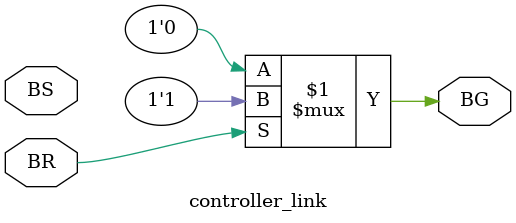
<source format=v>
`timescale 1ns / 1ps

module controller_link(
    input BS,
    input BR,
    output BG
    );
    assign BG = BR ? 1'b1:1'b0;
    //µ±ÓÐÇëÇóÊ±·¢³öÍ¬ÒâÐÅºÅ
    //BS(x)
endmodule

</source>
